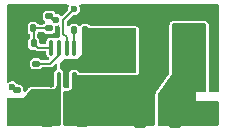
<source format=gbr>
%TF.GenerationSoftware,KiCad,Pcbnew,8.0.8*%
%TF.CreationDate,2025-02-20T13:59:41+03:00*%
%TF.ProjectId,buck_conv,6275636b-5f63-46f6-9e76-2e6b69636164,rev?*%
%TF.SameCoordinates,Original*%
%TF.FileFunction,Copper,L1,Top*%
%TF.FilePolarity,Positive*%
%FSLAX46Y46*%
G04 Gerber Fmt 4.6, Leading zero omitted, Abs format (unit mm)*
G04 Created by KiCad (PCBNEW 8.0.8) date 2025-02-20 13:59:41*
%MOMM*%
%LPD*%
G01*
G04 APERTURE LIST*
G04 Aperture macros list*
%AMRoundRect*
0 Rectangle with rounded corners*
0 $1 Rounding radius*
0 $2 $3 $4 $5 $6 $7 $8 $9 X,Y pos of 4 corners*
0 Add a 4 corners polygon primitive as box body*
4,1,4,$2,$3,$4,$5,$6,$7,$8,$9,$2,$3,0*
0 Add four circle primitives for the rounded corners*
1,1,$1+$1,$2,$3*
1,1,$1+$1,$4,$5*
1,1,$1+$1,$6,$7*
1,1,$1+$1,$8,$9*
0 Add four rect primitives between the rounded corners*
20,1,$1+$1,$2,$3,$4,$5,0*
20,1,$1+$1,$4,$5,$6,$7,0*
20,1,$1+$1,$6,$7,$8,$9,0*
20,1,$1+$1,$8,$9,$2,$3,0*%
G04 Aperture macros list end*
%TA.AperFunction,SMDPad,CuDef*%
%ADD10RoundRect,0.135000X-0.185000X0.135000X-0.185000X-0.135000X0.185000X-0.135000X0.185000X0.135000X0*%
%TD*%
%TA.AperFunction,SMDPad,CuDef*%
%ADD11RoundRect,0.135000X0.135000X0.185000X-0.135000X0.185000X-0.135000X-0.185000X0.135000X-0.185000X0*%
%TD*%
%TA.AperFunction,SMDPad,CuDef*%
%ADD12RoundRect,0.140000X-0.170000X0.140000X-0.170000X-0.140000X0.170000X-0.140000X0.170000X0.140000X0*%
%TD*%
%TA.AperFunction,SMDPad,CuDef*%
%ADD13RoundRect,0.140000X-0.140000X-0.170000X0.140000X-0.170000X0.140000X0.170000X-0.140000X0.170000X0*%
%TD*%
%TA.AperFunction,SMDPad,CuDef*%
%ADD14RoundRect,0.250001X-0.899999X-1.449999X0.899999X-1.449999X0.899999X1.449999X-0.899999X1.449999X0*%
%TD*%
%TA.AperFunction,SMDPad,CuDef*%
%ADD15RoundRect,0.100000X0.100000X-0.545000X0.100000X0.545000X-0.100000X0.545000X-0.100000X-0.545000X0*%
%TD*%
%TA.AperFunction,SMDPad,CuDef*%
%ADD16RoundRect,0.250000X0.325000X1.100000X-0.325000X1.100000X-0.325000X-1.100000X0.325000X-1.100000X0*%
%TD*%
%TA.AperFunction,SMDPad,CuDef*%
%ADD17RoundRect,0.250000X-0.325000X-1.100000X0.325000X-1.100000X0.325000X1.100000X-0.325000X1.100000X0*%
%TD*%
%TA.AperFunction,ViaPad*%
%ADD18C,0.600000*%
%TD*%
%TA.AperFunction,Conductor*%
%ADD19C,0.200000*%
%TD*%
G04 APERTURE END LIST*
D10*
%TO.P,R4,1*%
%TO.N,EN{slash}SYNC*%
X147400000Y-96280000D03*
%TO.P,R4,2*%
%TO.N,VIN*%
X147400000Y-97300000D03*
%TD*%
D11*
%TO.P,R3,2*%
%TO.N,GND*%
X147790000Y-92300000D03*
%TO.P,R3,1*%
%TO.N,Net-(U1-FB)*%
X148810000Y-92300000D03*
%TD*%
%TO.P,R2,2*%
%TO.N,GND*%
X147740000Y-91000000D03*
%TO.P,R2,1*%
%TO.N,Net-(U1-FB)*%
X148760000Y-91000000D03*
%TD*%
D10*
%TO.P,R1,2*%
%TO.N,Net-(U1-FB)*%
X150100000Y-91010000D03*
%TO.P,R1,1*%
%TO.N,VOUT*%
X150100000Y-89990000D03*
%TD*%
D12*
%TO.P,C5,2*%
%TO.N,GND*%
X149000000Y-94980000D03*
%TO.P,C5,1*%
%TO.N,Net-(U1-VCC)*%
X149000000Y-94020000D03*
%TD*%
D13*
%TO.P,C4,2*%
%TO.N,Net-(U1-SW)*%
X153180000Y-91200000D03*
%TO.P,C4,1*%
%TO.N,Net-(U1-BST)*%
X152220000Y-91200000D03*
%TD*%
D14*
%TO.P,L1,2,2*%
%TO.N,VOUT*%
X161850000Y-92900000D03*
%TO.P,L1,1,1*%
%TO.N,Net-(U1-SW)*%
X156150000Y-92900000D03*
%TD*%
D15*
%TO.P,U1,8,FB*%
%TO.N,Net-(U1-FB)*%
X150280000Y-92645000D03*
%TO.P,U1,7,VCC*%
%TO.N,Net-(U1-VCC)*%
X150920000Y-92645000D03*
%TO.P,U1,6,EN/SYNC*%
%TO.N,EN{slash}SYNC*%
X151580000Y-92645000D03*
%TO.P,U1,5,BST*%
%TO.N,Net-(U1-BST)*%
X152220000Y-92645000D03*
%TO.P,U1,4,GND*%
%TO.N,GND*%
X152220000Y-95355000D03*
%TO.P,U1,3,SW*%
%TO.N,Net-(U1-SW)*%
X151580000Y-95355000D03*
%TO.P,U1,2,IN*%
%TO.N,VIN*%
X150920000Y-95355000D03*
%TO.P,U1,1,AGND*%
%TO.N,GND*%
X150280000Y-95355000D03*
%TD*%
D16*
%TO.P,C2,2*%
%TO.N,GND*%
X157775000Y-98100000D03*
%TO.P,C2,1*%
%TO.N,VOUT*%
X160725000Y-98100000D03*
%TD*%
D17*
%TO.P,C1,2*%
%TO.N,GND*%
X152875000Y-98000000D03*
%TO.P,C1,1*%
%TO.N,VIN*%
X149925000Y-98000000D03*
%TD*%
D18*
%TO.N,GND*%
X155600000Y-96900000D03*
X155100000Y-96900000D03*
X154600000Y-96900000D03*
X154100000Y-96900000D03*
X153100000Y-96400000D03*
X153100000Y-95400000D03*
X153100000Y-95900000D03*
X159000000Y-91500000D03*
X159000000Y-92100000D03*
X159000000Y-90900000D03*
X153600000Y-95900000D03*
X153600000Y-96400000D03*
X153600000Y-95400000D03*
X154600000Y-96400000D03*
X154100000Y-96400000D03*
X148100000Y-94400000D03*
%TO.N,EN{slash}SYNC*%
X147000000Y-96000000D03*
X152200000Y-89400000D03*
%TO.N,GND*%
X154600000Y-95900000D03*
X154100000Y-95900000D03*
X154100000Y-95400000D03*
X154600000Y-95400000D03*
X148100000Y-95100000D03*
%TO.N,VOUT*%
X150700000Y-90300000D03*
X162000000Y-98250000D03*
%TD*%
D19*
%TO.N,GND*%
X148100000Y-95100000D02*
X148030000Y-95100000D01*
X148100000Y-95100000D02*
X148100000Y-95210000D01*
%TO.N,Net-(U1-VCC)*%
X150920000Y-93289999D02*
X150920000Y-92645000D01*
X150189999Y-94020000D02*
X150920000Y-93289999D01*
X149000000Y-94020000D02*
X150189999Y-94020000D01*
%TO.N,GND*%
X149125000Y-95105000D02*
X149000000Y-94980000D01*
%TO.N,VOUT*%
X150410000Y-90300000D02*
X150100000Y-89990000D01*
X150700000Y-90300000D02*
X150410000Y-90300000D01*
%TO.N,Net-(U1-BST)*%
X152220000Y-92645000D02*
X152220000Y-91200000D01*
%TO.N,EN{slash}SYNC*%
X147120000Y-96000000D02*
X147400000Y-96280000D01*
X147000000Y-96000000D02*
X147120000Y-96000000D01*
%TO.N,Net-(U1-FB)*%
X150090000Y-91000000D02*
X150100000Y-91010000D01*
X148760000Y-91000000D02*
X150090000Y-91000000D01*
X148810000Y-91050000D02*
X148760000Y-91000000D01*
X148810000Y-92300000D02*
X148810000Y-91050000D01*
X149155000Y-92645000D02*
X148810000Y-92300000D01*
X150280000Y-92645000D02*
X149155000Y-92645000D01*
%TO.N,EN{slash}SYNC*%
X151300000Y-90300000D02*
X152200000Y-89400000D01*
X151300000Y-91500000D02*
X151300000Y-90300000D01*
X151580000Y-91780000D02*
X151300000Y-91500000D01*
X151580000Y-92645000D02*
X151580000Y-91780000D01*
%TO.N,Net-(U1-SW)*%
X156000001Y-93649999D02*
X157150000Y-92500000D01*
%TO.N,GND*%
X152475000Y-98250000D02*
X153050000Y-98250000D01*
%TD*%
%TA.AperFunction,Conductor*%
%TO.N,GND*%
G36*
X164441621Y-89020502D02*
G01*
X164488114Y-89074158D01*
X164499500Y-89126500D01*
X164499500Y-96274000D01*
X164479498Y-96342121D01*
X164425842Y-96388614D01*
X164373500Y-96400000D01*
X163731500Y-96400000D01*
X163663379Y-96379998D01*
X163616886Y-96326342D01*
X163605500Y-96274000D01*
X163605500Y-90726005D01*
X163605499Y-90725993D01*
X163602970Y-90702469D01*
X163600804Y-90682319D01*
X163589418Y-90629977D01*
X163586930Y-90619797D01*
X163543921Y-90539084D01*
X163497428Y-90485428D01*
X163479835Y-90467473D01*
X163479832Y-90467471D01*
X163400013Y-90422823D01*
X163331908Y-90402827D01*
X163331899Y-90402825D01*
X163331896Y-90402824D01*
X163274000Y-90394500D01*
X160626000Y-90394500D01*
X160625993Y-90394500D01*
X160582318Y-90399196D01*
X160565641Y-90402824D01*
X160529977Y-90410582D01*
X160529965Y-90410584D01*
X160529960Y-90410586D01*
X160528655Y-90410905D01*
X160519797Y-90413070D01*
X160439084Y-90456079D01*
X160439081Y-90456081D01*
X160439080Y-90456082D01*
X160385433Y-90502567D01*
X160367471Y-90520167D01*
X160322823Y-90599986D01*
X160302827Y-90668091D01*
X160302824Y-90668104D01*
X160298810Y-90696027D01*
X160294500Y-90726002D01*
X160294500Y-94794786D01*
X160274498Y-94862907D01*
X160271438Y-94867448D01*
X159155161Y-96448838D01*
X159152613Y-96452532D01*
X159149568Y-96457052D01*
X159122832Y-96513958D01*
X159122824Y-96513978D01*
X159102826Y-96582085D01*
X159102824Y-96582094D01*
X159094500Y-96639992D01*
X159094500Y-99123500D01*
X159074498Y-99191621D01*
X159020842Y-99238114D01*
X158968500Y-99249500D01*
X151431500Y-99249500D01*
X151363379Y-99229498D01*
X151316886Y-99175842D01*
X151305500Y-99123500D01*
X151305500Y-96430930D01*
X151325502Y-96362809D01*
X151379158Y-96316316D01*
X151440494Y-96305251D01*
X151443957Y-96305498D01*
X151443965Y-96305500D01*
X151443973Y-96305500D01*
X151696036Y-96305500D01*
X151751232Y-96297949D01*
X151816431Y-96279769D01*
X151837586Y-96272610D01*
X151912806Y-96220588D01*
X151960748Y-96168223D01*
X151976559Y-96148676D01*
X152011711Y-96064245D01*
X152023730Y-95994275D01*
X152025329Y-95935820D01*
X152025329Y-95935818D01*
X152025131Y-95931324D01*
X152025322Y-95931315D01*
X152025000Y-95925701D01*
X152025000Y-94841000D01*
X152045002Y-94772879D01*
X152098658Y-94726386D01*
X152151000Y-94715000D01*
X152299800Y-94715000D01*
X152367921Y-94735002D01*
X152414414Y-94788658D01*
X152415064Y-94790107D01*
X152422846Y-94807732D01*
X152423435Y-94809057D01*
X152424085Y-94810502D01*
X152424085Y-94810504D01*
X152456248Y-94860907D01*
X152456254Y-94860916D01*
X152456256Y-94860918D01*
X152502734Y-94914559D01*
X152502747Y-94914572D01*
X152520340Y-94932527D01*
X152520342Y-94932528D01*
X152600161Y-94977176D01*
X152658699Y-94994363D01*
X152668279Y-94997176D01*
X152726175Y-95005500D01*
X152726178Y-95005500D01*
X157373994Y-95005500D01*
X157374000Y-95005500D01*
X157417681Y-95000804D01*
X157470023Y-94989418D01*
X157480203Y-94986930D01*
X157560916Y-94943921D01*
X157614572Y-94897428D01*
X157632527Y-94879835D01*
X157677174Y-94800017D01*
X157677174Y-94800016D01*
X157677176Y-94800013D01*
X157697172Y-94731908D01*
X157697176Y-94731896D01*
X157705500Y-94674000D01*
X157705500Y-91126000D01*
X157700804Y-91082319D01*
X157689418Y-91029977D01*
X157686930Y-91019797D01*
X157643921Y-90939084D01*
X157597428Y-90885428D01*
X157579835Y-90867473D01*
X157579832Y-90867471D01*
X157500013Y-90822823D01*
X157431908Y-90802827D01*
X157431899Y-90802825D01*
X157431896Y-90802824D01*
X157374000Y-90794500D01*
X157373997Y-90794500D01*
X153618231Y-90794500D01*
X153550110Y-90774498D01*
X153529136Y-90757595D01*
X153518317Y-90746776D01*
X153409485Y-90696027D01*
X153372955Y-90691218D01*
X153359901Y-90689500D01*
X153359899Y-90689500D01*
X153000101Y-90689500D01*
X153000089Y-90689501D01*
X152950516Y-90696027D01*
X152950510Y-90696029D01*
X152841682Y-90746776D01*
X152841681Y-90746777D01*
X152789095Y-90799364D01*
X152726783Y-90833390D01*
X152655968Y-90828325D01*
X152610905Y-90799364D01*
X152558317Y-90746776D01*
X152449485Y-90696027D01*
X152412955Y-90691218D01*
X152399901Y-90689500D01*
X152399899Y-90689500D01*
X152040101Y-90689500D01*
X152040089Y-90689501D01*
X151990516Y-90696027D01*
X151990510Y-90696029D01*
X151881682Y-90746776D01*
X151881681Y-90746777D01*
X151815595Y-90812864D01*
X151753283Y-90846890D01*
X151682468Y-90841825D01*
X151625632Y-90799278D01*
X151600821Y-90732758D01*
X151600500Y-90723769D01*
X151600500Y-90476661D01*
X151620502Y-90408540D01*
X151637405Y-90387566D01*
X152087566Y-89937405D01*
X152149878Y-89903379D01*
X152176661Y-89900500D01*
X152271961Y-89900500D01*
X152410053Y-89859953D01*
X152531128Y-89782143D01*
X152625377Y-89673373D01*
X152685165Y-89542457D01*
X152705647Y-89400000D01*
X152685165Y-89257543D01*
X152649222Y-89178841D01*
X152639119Y-89108568D01*
X152668613Y-89043988D01*
X152728339Y-89005604D01*
X152763837Y-89000500D01*
X164373500Y-89000500D01*
X164441621Y-89020502D01*
G37*
%TD.AperFunction*%
%TA.AperFunction,Conductor*%
G36*
X151704284Y-89020502D02*
G01*
X151750777Y-89074158D01*
X151760881Y-89144432D01*
X151750777Y-89178842D01*
X151714835Y-89257543D01*
X151694353Y-89400000D01*
X151695519Y-89408112D01*
X151685411Y-89478386D01*
X151659895Y-89515132D01*
X151231761Y-89943266D01*
X151169449Y-89977292D01*
X151098634Y-89972227D01*
X151047442Y-89936684D01*
X151031127Y-89917856D01*
X151031126Y-89917855D01*
X150910053Y-89840047D01*
X150771961Y-89799500D01*
X150709575Y-89799500D01*
X150641454Y-89779498D01*
X150595381Y-89726751D01*
X150564065Y-89659596D01*
X150564063Y-89659593D01*
X150480405Y-89575935D01*
X150373171Y-89525931D01*
X150324322Y-89519500D01*
X150324316Y-89519500D01*
X149875684Y-89519500D01*
X149875677Y-89519500D01*
X149826828Y-89525931D01*
X149719594Y-89575935D01*
X149635935Y-89659594D01*
X149585931Y-89766828D01*
X149579500Y-89815677D01*
X149579500Y-90164322D01*
X149585931Y-90213171D01*
X149635935Y-90320405D01*
X149726435Y-90410905D01*
X149760461Y-90473217D01*
X149755396Y-90544032D01*
X149726435Y-90589095D01*
X149652935Y-90662595D01*
X149590623Y-90696621D01*
X149563840Y-90699500D01*
X149291596Y-90699500D01*
X149223475Y-90679498D01*
X149177402Y-90626751D01*
X149174065Y-90619596D01*
X149174063Y-90619593D01*
X149090405Y-90535935D01*
X148983171Y-90485931D01*
X148934322Y-90479500D01*
X148934316Y-90479500D01*
X148585684Y-90479500D01*
X148585677Y-90479500D01*
X148536828Y-90485931D01*
X148429594Y-90535935D01*
X148345935Y-90619594D01*
X148295931Y-90726828D01*
X148289500Y-90775677D01*
X148289500Y-91224322D01*
X148295931Y-91273171D01*
X148345935Y-91380405D01*
X148429593Y-91464063D01*
X148429594Y-91464063D01*
X148429596Y-91464065D01*
X148436746Y-91467399D01*
X148490032Y-91514313D01*
X148509500Y-91581595D01*
X148509500Y-91753840D01*
X148489498Y-91821961D01*
X148472595Y-91842935D01*
X148395936Y-91919593D01*
X148395935Y-91919594D01*
X148345931Y-92026828D01*
X148339500Y-92075677D01*
X148339500Y-92524322D01*
X148345931Y-92573171D01*
X148395935Y-92680405D01*
X148479594Y-92764064D01*
X148479595Y-92764064D01*
X148479596Y-92764065D01*
X148586827Y-92814068D01*
X148635684Y-92820500D01*
X148853338Y-92820500D01*
X148921459Y-92840502D01*
X148942433Y-92857405D01*
X148970482Y-92885454D01*
X148970487Y-92885458D01*
X148970489Y-92885460D01*
X149039012Y-92925022D01*
X149115438Y-92945500D01*
X149753501Y-92945500D01*
X149821622Y-92965502D01*
X149868115Y-93019158D01*
X149879501Y-93071500D01*
X149879501Y-93234866D01*
X149882414Y-93259990D01*
X149882416Y-93259994D01*
X149927793Y-93362765D01*
X150007232Y-93442204D01*
X150007234Y-93442205D01*
X150007235Y-93442206D01*
X150071766Y-93470699D01*
X150126004Y-93516511D01*
X150146863Y-93584374D01*
X150127721Y-93652742D01*
X150109974Y-93675053D01*
X150102438Y-93682590D01*
X150040128Y-93716619D01*
X150013337Y-93719500D01*
X149543231Y-93719500D01*
X149475110Y-93699498D01*
X149454136Y-93682595D01*
X149368317Y-93596776D01*
X149259485Y-93546027D01*
X149222955Y-93541218D01*
X149209901Y-93539500D01*
X149209899Y-93539500D01*
X148790101Y-93539500D01*
X148790089Y-93539501D01*
X148740516Y-93546027D01*
X148740510Y-93546029D01*
X148631682Y-93596776D01*
X148546776Y-93681682D01*
X148496027Y-93790514D01*
X148489500Y-93840095D01*
X148489500Y-94199898D01*
X148489501Y-94199910D01*
X148496027Y-94249483D01*
X148496029Y-94249489D01*
X148546776Y-94358317D01*
X148631682Y-94443223D01*
X148631683Y-94443223D01*
X148631684Y-94443224D01*
X148740513Y-94493972D01*
X148790099Y-94500500D01*
X149209900Y-94500499D01*
X149209903Y-94500498D01*
X149209910Y-94500498D01*
X149228513Y-94498048D01*
X149259487Y-94493972D01*
X149368316Y-94443224D01*
X149406290Y-94405250D01*
X149454136Y-94357405D01*
X149516448Y-94323379D01*
X149543231Y-94320500D01*
X150229561Y-94320500D01*
X150305988Y-94300021D01*
X150374510Y-94260460D01*
X150430459Y-94204511D01*
X150579405Y-94055565D01*
X150641717Y-94021539D01*
X150712532Y-94026604D01*
X150769368Y-94069151D01*
X150794179Y-94135671D01*
X150794500Y-94144660D01*
X150794500Y-94391632D01*
X150795054Y-94405252D01*
X150777841Y-94474128D01*
X150726122Y-94522766D01*
X150720054Y-94525641D01*
X150647233Y-94557794D01*
X150567795Y-94637232D01*
X150567794Y-94637234D01*
X150522414Y-94740009D01*
X150519500Y-94765129D01*
X150519500Y-95804500D01*
X150500348Y-95871279D01*
X150487335Y-95892098D01*
X150487335Y-95892099D01*
X150475064Y-95919892D01*
X150429251Y-95974130D01*
X150361388Y-95994989D01*
X150359800Y-95994999D01*
X150141735Y-95994999D01*
X150137178Y-95994867D01*
X150137178Y-95994894D01*
X150135391Y-95994842D01*
X150135384Y-95994842D01*
X150123540Y-95994500D01*
X148564841Y-95994500D01*
X148564838Y-95994500D01*
X148526091Y-95998186D01*
X148526088Y-95998186D01*
X148479415Y-96007147D01*
X148474112Y-96008238D01*
X148474108Y-96008240D01*
X148391383Y-96047240D01*
X148335516Y-96091043D01*
X148335510Y-96091049D01*
X148295089Y-96133317D01*
X148295084Y-96133324D01*
X148149030Y-96337801D01*
X148093160Y-96381607D01*
X148022475Y-96388253D01*
X147959418Y-96355629D01*
X147924009Y-96294093D01*
X147920500Y-96264565D01*
X147920500Y-96105692D01*
X147920500Y-96105684D01*
X147914068Y-96056827D01*
X147864065Y-95949596D01*
X147864064Y-95949595D01*
X147864064Y-95949594D01*
X147780405Y-95865935D01*
X147673171Y-95815931D01*
X147624322Y-95809500D01*
X147624316Y-95809500D01*
X147544199Y-95809500D01*
X147476078Y-95789498D01*
X147429585Y-95735842D01*
X147429585Y-95735841D01*
X147425377Y-95726628D01*
X147425376Y-95726626D01*
X147331126Y-95617855D01*
X147210053Y-95540047D01*
X147071961Y-95499500D01*
X146928039Y-95499500D01*
X146789946Y-95540047D01*
X146694620Y-95601309D01*
X146626499Y-95621311D01*
X146558379Y-95601308D01*
X146511886Y-95547653D01*
X146500500Y-95495311D01*
X146500500Y-89126500D01*
X146520502Y-89058379D01*
X146574158Y-89011886D01*
X146626500Y-89000500D01*
X151636163Y-89000500D01*
X151704284Y-89020502D01*
G37*
%TD.AperFunction*%
%TD*%
%TA.AperFunction,NonConductor*%
G36*
X150968724Y-90819491D02*
G01*
X150998217Y-90884071D01*
X150999500Y-90902004D01*
X150999500Y-91539565D01*
X151019978Y-91615988D01*
X151023138Y-91623616D01*
X151020280Y-91624799D01*
X151033548Y-91679503D01*
X151010323Y-91746593D01*
X150954513Y-91790477D01*
X150907692Y-91799500D01*
X150775139Y-91799500D01*
X150775133Y-91799501D01*
X150750010Y-91802414D01*
X150750002Y-91802416D01*
X150650892Y-91846178D01*
X150580497Y-91855396D01*
X150549105Y-91846178D01*
X150449989Y-91802414D01*
X150449991Y-91802414D01*
X150424868Y-91799500D01*
X150135139Y-91799500D01*
X150135133Y-91799501D01*
X150110010Y-91802414D01*
X150110005Y-91802416D01*
X150007234Y-91847793D01*
X149927795Y-91927232D01*
X149927794Y-91927234D01*
X149882414Y-92030009D01*
X149879500Y-92055129D01*
X149879500Y-92218500D01*
X149859498Y-92286621D01*
X149805842Y-92333114D01*
X149753500Y-92344500D01*
X149406500Y-92344500D01*
X149338379Y-92324498D01*
X149291886Y-92270842D01*
X149280500Y-92218500D01*
X149280500Y-92075692D01*
X149280500Y-92075684D01*
X149274068Y-92026827D01*
X149224065Y-91919596D01*
X149224064Y-91919595D01*
X149224064Y-91919594D01*
X149147405Y-91842935D01*
X149113379Y-91780623D01*
X149110500Y-91753840D01*
X149110500Y-91496159D01*
X149130502Y-91428038D01*
X149147401Y-91407067D01*
X149174065Y-91380404D01*
X149174066Y-91380402D01*
X149177402Y-91373249D01*
X149224319Y-91319964D01*
X149291596Y-91300500D01*
X149543840Y-91300500D01*
X149611961Y-91320502D01*
X149632935Y-91337405D01*
X149719594Y-91424064D01*
X149719595Y-91424064D01*
X149719596Y-91424065D01*
X149826827Y-91474068D01*
X149875684Y-91480500D01*
X149875692Y-91480500D01*
X150324308Y-91480500D01*
X150324316Y-91480500D01*
X150373173Y-91474068D01*
X150480404Y-91424065D01*
X150564065Y-91340404D01*
X150614068Y-91233173D01*
X150620500Y-91184316D01*
X150620500Y-90926500D01*
X150640502Y-90858379D01*
X150694158Y-90811886D01*
X150746500Y-90800500D01*
X150771960Y-90800500D01*
X150771961Y-90800500D01*
X150838005Y-90781108D01*
X150908997Y-90781108D01*
X150968724Y-90819491D01*
G37*
%TD.AperFunction*%
%TA.AperFunction,Conductor*%
%TO.N,Net-(U1-SW)*%
G36*
X157442121Y-91020002D02*
G01*
X157488614Y-91073658D01*
X157500000Y-91126000D01*
X157500000Y-94674000D01*
X157479998Y-94742121D01*
X157426342Y-94788614D01*
X157374000Y-94800000D01*
X152726175Y-94800000D01*
X152658054Y-94779998D01*
X152611561Y-94726342D01*
X152610911Y-94724894D01*
X152588439Y-94674000D01*
X152572206Y-94637235D01*
X152572205Y-94637234D01*
X152572204Y-94637232D01*
X152492767Y-94557795D01*
X152492765Y-94557794D01*
X152389989Y-94512414D01*
X152389991Y-94512414D01*
X152364868Y-94509500D01*
X152075139Y-94509500D01*
X152075133Y-94509501D01*
X152050010Y-94512414D01*
X152050005Y-94512416D01*
X151947234Y-94557793D01*
X151867795Y-94637232D01*
X151867794Y-94637234D01*
X151822414Y-94740009D01*
X151819500Y-94765129D01*
X151819500Y-95944859D01*
X151819500Y-95944860D01*
X151819501Y-95944864D01*
X151821196Y-95959485D01*
X151809177Y-96029455D01*
X151761235Y-96081820D01*
X151696036Y-96100000D01*
X151443965Y-96100000D01*
X151375844Y-96079998D01*
X151329351Y-96026342D01*
X151318805Y-95959478D01*
X151320499Y-95944870D01*
X151320500Y-95944865D01*
X151320499Y-94765136D01*
X151317585Y-94740009D01*
X151272206Y-94637235D01*
X151272206Y-94637234D01*
X151192767Y-94557795D01*
X151192765Y-94557794D01*
X151081321Y-94508587D01*
X151082191Y-94506615D01*
X151032440Y-94476027D01*
X151001665Y-94412048D01*
X151000000Y-94391632D01*
X151000000Y-94052190D01*
X151020002Y-93984069D01*
X151036905Y-93963095D01*
X151363095Y-93636905D01*
X151425407Y-93602879D01*
X151452190Y-93600000D01*
X152500000Y-93600000D01*
X152900000Y-93200000D01*
X152900000Y-91126000D01*
X152920002Y-91057879D01*
X152973658Y-91011386D01*
X153026000Y-91000000D01*
X157374000Y-91000000D01*
X157442121Y-91020002D01*
G37*
%TD.AperFunction*%
%TD*%
%TA.AperFunction,Conductor*%
%TO.N,VIN*%
G36*
X151042121Y-95920002D02*
G01*
X151088614Y-95973658D01*
X151100000Y-96026000D01*
X151100000Y-99123500D01*
X151079998Y-99191621D01*
X151026342Y-99238114D01*
X150974000Y-99249500D01*
X146626500Y-99249500D01*
X146558379Y-99229498D01*
X146511886Y-99175842D01*
X146500500Y-99123500D01*
X146500500Y-97026000D01*
X146520502Y-96957879D01*
X146574158Y-96911386D01*
X146626500Y-96900000D01*
X147999999Y-96900000D01*
X148000000Y-96900000D01*
X148462311Y-96252763D01*
X148518181Y-96208958D01*
X148564841Y-96200000D01*
X150123540Y-96200000D01*
X150131491Y-96200459D01*
X150131501Y-96200290D01*
X150135119Y-96200498D01*
X150135135Y-96200500D01*
X150424864Y-96200499D01*
X150449991Y-96197585D01*
X150552765Y-96152206D01*
X150632206Y-96072765D01*
X150675326Y-95975106D01*
X150721138Y-95920869D01*
X150789002Y-95900010D01*
X150790590Y-95900000D01*
X150974000Y-95900000D01*
X151042121Y-95920002D01*
G37*
%TD.AperFunction*%
%TD*%
%TA.AperFunction,Conductor*%
%TO.N,VOUT*%
G36*
X163342121Y-90620002D02*
G01*
X163388614Y-90673658D01*
X163400000Y-90726000D01*
X163400000Y-96274000D01*
X163379998Y-96342121D01*
X163326342Y-96388614D01*
X163274000Y-96400000D01*
X162500000Y-96400000D01*
X162500000Y-97200000D01*
X164373500Y-97200000D01*
X164441621Y-97220002D01*
X164488114Y-97273658D01*
X164499500Y-97326000D01*
X164499500Y-99123500D01*
X164479498Y-99191621D01*
X164425842Y-99238114D01*
X164373500Y-99249500D01*
X159426000Y-99249500D01*
X159357879Y-99229498D01*
X159311386Y-99175842D01*
X159300000Y-99123500D01*
X159300000Y-96639990D01*
X159320002Y-96571869D01*
X159323049Y-96567346D01*
X160500000Y-94900000D01*
X160500000Y-90726000D01*
X160520002Y-90657879D01*
X160573658Y-90611386D01*
X160626000Y-90600000D01*
X163274000Y-90600000D01*
X163342121Y-90620002D01*
G37*
%TD.AperFunction*%
%TD*%
M02*

</source>
